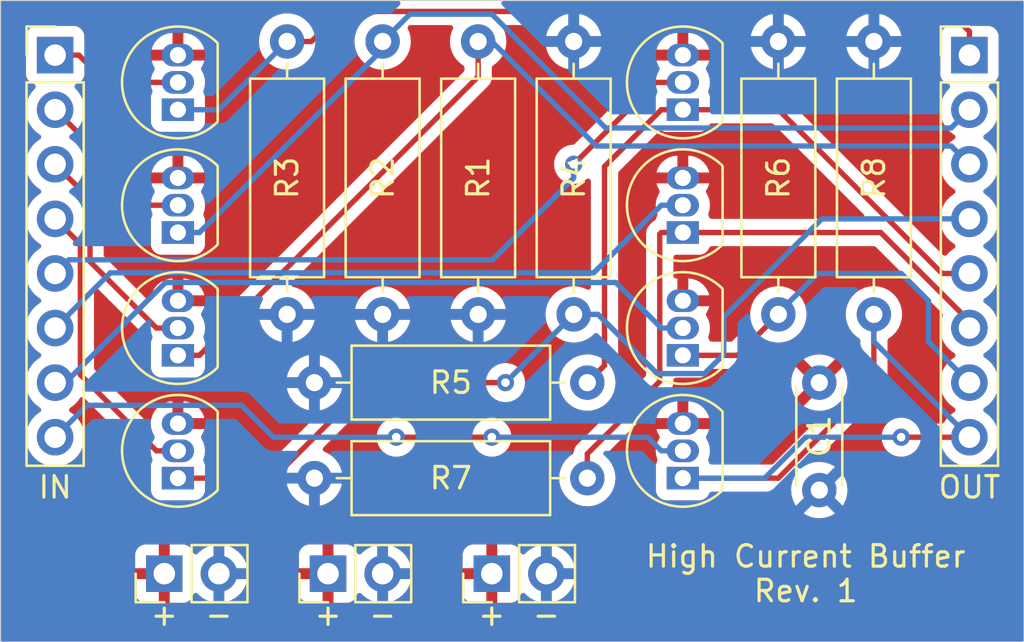
<source format=kicad_pcb>
(kicad_pcb (version 20221018) (generator pcbnew)
  (layers (0 "F.Cu" signal) (31 "B.Cu" signal) (34 "B.Paste" user) (35 "F.Paste" user) (36 "B.SilkS" user "B.Silkscreen") (37 "F.SilkS" user "F.Silkscreen") (38 "B.Mask" user) (39 "F.Mask" user) (44 "Edge.Cuts" user))
  (net 0 "")
  (net 1 "VCC")
  (net 2 "GND")
  (net 3 "Net-(J1-Pin_1)")
  (net 4 "Net-(J1-Pin_2)")
  (net 5 "Net-(J1-Pin_3)")
  (net 6 "Net-(J1-Pin_4)")
  (net 7 "Net-(J1-Pin_5)")
  (net 8 "Net-(J1-Pin_6)")
  (net 9 "Net-(J1-Pin_7)")
  (net 10 "Net-(J1-Pin_8)")
  (net 11 "Net-(J5-Pin_1)")
  (net 12 "Net-(J5-Pin_2)")
  (net 13 "Net-(J5-Pin_3)")
  (net 14 "Net-(J5-Pin_4)")
  (net 15 "Net-(J5-Pin_5)")
  (net 16 "Net-(J5-Pin_6)")
  (net 17 "Net-(J5-Pin_7)")
  (net 18 "Net-(J5-Pin_8)")
  (footprint "Capacitor_THT:C_Disc_D4.3mm_W1.9mm_P5.00mm" (layer "F.Cu") (at 55.88 34.29 -90)
    (fp_text reference "C1" (at 2.5 0 90) (layer "F.SilkS"))
    (fp_text value "0.1uF")
    (fp_line (start 0.23 -1.07) (end 0.23 -1.055) (stroke (width 0.12)) (layer "F.SilkS"))
    (fp_line (start 0.23 -1.07) (end 4.77 -1.07) (stroke (width 0.12)) (layer "F.SilkS"))
    (fp_line (start 0.23 1.055) (end 0.23 1.07) (stroke (width 0.12)) (layer "F.SilkS"))
    (fp_line (start 0.23 1.07) (end 4.77 1.07) (stroke (width 0.12)) (layer "F.SilkS"))
    (fp_line (start 4.77 -1.07) (end 4.77 -1.055) (stroke (width 0.12)) (layer "F.SilkS"))
    (fp_line (start 4.77 1.055) (end 4.77 1.07) (stroke (width 0.12)) (layer "F.SilkS"))
    (pad "1" thru_hole circle (at 0 0 270) (size 1.6 1.6) (drill 0.8) (layers "*.Cu" "*.Mask") (net 1 "VCC"))
    (pad "2" thru_hole circle (at 5 0 270) (size 1.6 1.6) (drill 0.8) (layers "*.Cu" "*.Mask") (net 2 "GND"))
  )
  (footprint "Connector_PinHeader_2.54mm:PinHeader_1x02_P2.54mm_Vertical" (layer "F.Cu") (at 33.02 43.18 90)
    (fp_text reference "J3" hide)
    (fp_text value "Power" hide)
    (fp_line (start -1.33 -1.33) (end 0 -1.33) (stroke (width 0.12)) (layer "F.SilkS"))
    (fp_line (start -1.33 0) (end -1.33 -1.33) (stroke (width 0.12)) (layer "F.SilkS"))
    (fp_line (start -1.33 1.27) (end -1.33 3.87) (stroke (width 0.12)) (layer "F.SilkS"))
    (fp_line (start -1.33 1.27) (end 1.33 1.27) (stroke (width 0.12)) (layer "F.SilkS"))
    (fp_line (start -1.33 3.87) (end 1.33 3.87) (stroke (width 0.12)) (layer "F.SilkS"))
    (fp_line (start 1.33 1.27) (end 1.33 3.87) (stroke (width 0.12)) (layer "F.SilkS"))
    (pad "1" thru_hole rect (at 0 0 90) (size 1.7 1.7) (drill 1) (layers "*.Cu" "*.Mask") (net 1 "VCC"))
    (pad "2" thru_hole oval (at 0 2.54 90) (size 1.7 1.7) (drill 1) (layers "*.Cu" "*.Mask") (net 2 "GND"))
  )
  (footprint "Package_TO_SOT_THT:TO-92_Inline" (layer "F.Cu") (at 26.035 33.02 90)
    (fp_text reference "Q1" hide)
    (fp_text value "2N2222" hide)
    (fp_line (start -0.53 1.85) (end 3.07 1.85) (stroke (width 0.12)) (layer "F.SilkS"))
    (fp_arc (start -0.568478 1.838478) (mid -1.132087 -0.994977) (end 1.27 -2.6) (stroke (width 0.12)) (layer "F.SilkS"))
    (fp_arc (start 1.27 -2.6) (mid 3.672087 -0.994977) (end 3.108478 1.838478) (stroke (width 0.12)) (layer "F.SilkS"))
    (pad "1" thru_hole rect (at 0 0 90) (size 1.05 1.5) (drill 0.75) (layers "*.Cu" "*.Mask") (net 13 "Net-(J5-Pin_3)"))
    (pad "2" thru_hole oval (at 1.27 0 90) (size 1.05 1.5) (drill 0.75) (layers "*.Cu" "*.Mask") (net 5 "Net-(J1-Pin_3)"))
    (pad "3" thru_hole oval (at 2.54 0 90) (size 1.05 1.5) (drill 0.75) (layers "*.Cu" "*.Mask") (net 1 "VCC"))
  )
  (footprint "Package_TO_SOT_THT:TO-92_Inline" (layer "F.Cu") (at 26.035 21.59 90)
    (fp_text reference "Q2" hide)
    (fp_text value "2N2222" hide)
    (fp_line (start -0.53 1.85) (end 3.07 1.85) (stroke (width 0.12)) (layer "F.SilkS"))
    (fp_arc (start -0.568478 1.838478) (mid -1.132087 -0.994977) (end 1.27 -2.6) (stroke (width 0.12)) (layer "F.SilkS"))
    (fp_arc (start 1.27 -2.6) (mid 3.672087 -0.994977) (end 3.108478 1.838478) (stroke (width 0.12)) (layer "F.SilkS"))
    (pad "1" thru_hole rect (at 0 0 90) (size 1.05 1.5) (drill 0.75) (layers "*.Cu" "*.Mask") (net 11 "Net-(J5-Pin_1)"))
    (pad "2" thru_hole oval (at 1.27 0 90) (size 1.05 1.5) (drill 0.75) (layers "*.Cu" "*.Mask") (net 3 "Net-(J1-Pin_1)"))
    (pad "3" thru_hole oval (at 2.54 0 90) (size 1.05 1.5) (drill 0.75) (layers "*.Cu" "*.Mask") (net 1 "VCC"))
  )
  (footprint "Package_TO_SOT_THT:TO-92_Inline" (layer "F.Cu") (at 26.035 27.305 90)
    (fp_text reference "Q3" hide)
    (fp_text value "2N2222" hide)
    (fp_line (start -0.53 1.85) (end 3.07 1.85) (stroke (width 0.12)) (layer "F.SilkS"))
    (fp_arc (start -0.568478 1.838478) (mid -1.132087 -0.994977) (end 1.27 -2.6) (stroke (width 0.12)) (layer "F.SilkS"))
    (fp_arc (start 1.27 -2.6) (mid 3.672087 -0.994977) (end 3.108478 1.838478) (stroke (width 0.12)) (layer "F.SilkS"))
    (pad "1" thru_hole rect (at 0 0 90) (size 1.05 1.5) (drill 0.75) (layers "*.Cu" "*.Mask") (net 12 "Net-(J5-Pin_2)"))
    (pad "2" thru_hole oval (at 1.27 0 90) (size 1.05 1.5) (drill 0.75) (layers "*.Cu" "*.Mask") (net 4 "Net-(J1-Pin_2)"))
    (pad "3" thru_hole oval (at 2.54 0 90) (size 1.05 1.5) (drill 0.75) (layers "*.Cu" "*.Mask") (net 1 "VCC"))
  )
  (footprint "Package_TO_SOT_THT:TO-92_Inline" (layer "F.Cu") (at 26.035 38.735 90)
    (fp_text reference "Q4" hide)
    (fp_text value "2N2222" hide)
    (fp_line (start -0.53 1.85) (end 3.07 1.85) (stroke (width 0.12)) (layer "F.SilkS"))
    (fp_arc (start -0.568478 1.838478) (mid -1.132087 -0.994977) (end 1.27 -2.6) (stroke (width 0.12)) (layer "F.SilkS"))
    (fp_arc (start 1.27 -2.6) (mid 3.672087 -0.994977) (end 3.108478 1.838478) (stroke (width 0.12)) (layer "F.SilkS"))
    (pad "1" thru_hole rect (at 0 0 90) (size 1.05 1.5) (drill 0.75) (layers "*.Cu" "*.Mask") (net 14 "Net-(J5-Pin_4)"))
    (pad "2" thru_hole oval (at 1.27 0 90) (size 1.05 1.5) (drill 0.75) (layers "*.Cu" "*.Mask") (net 6 "Net-(J1-Pin_4)"))
    (pad "3" thru_hole oval (at 2.54 0 90) (size 1.05 1.5) (drill 0.75) (layers "*.Cu" "*.Mask") (net 1 "VCC"))
  )
  (footprint "Package_TO_SOT_THT:TO-92_Inline" (layer "F.Cu") (at 49.53 21.59 90)
    (fp_text reference "Q5" hide)
    (fp_text value "2N2222" hide)
    (fp_line (start -0.53 1.85) (end 3.07 1.85) (stroke (width 0.12)) (layer "F.SilkS"))
    (fp_arc (start -0.568478 1.838478) (mid -1.132087 -0.994977) (end 1.27 -2.6) (stroke (width 0.12)) (layer "F.SilkS"))
    (fp_arc (start 1.27 -2.6) (mid 3.672087 -0.994977) (end 3.108478 1.838478) (stroke (width 0.12)) (layer "F.SilkS"))
    (pad "1" thru_hole rect (at 0 0 90) (size 1.05 1.5) (drill 0.75) (layers "*.Cu" "*.Mask") (net 15 "Net-(J5-Pin_5)"))
    (pad "2" thru_hole oval (at 1.27 0 90) (size 1.05 1.5) (drill 0.75) (layers "*.Cu" "*.Mask") (net 7 "Net-(J1-Pin_5)"))
    (pad "3" thru_hole oval (at 2.54 0 90) (size 1.05 1.5) (drill 0.75) (layers "*.Cu" "*.Mask") (net 1 "VCC"))
  )
  (footprint "Package_TO_SOT_THT:TO-92_Inline" (layer "F.Cu") (at 49.53 33.02 90)
    (fp_text reference "Q6" hide)
    (fp_text value "2N2222" hide)
    (fp_line (start -0.53 1.85) (end 3.07 1.85) (stroke (width 0.12)) (layer "F.SilkS"))
    (fp_arc (start -0.568478 1.838478) (mid -1.132087 -0.994977) (end 1.27 -2.6) (stroke (width 0.12)) (layer "F.SilkS"))
    (fp_arc (start 1.27 -2.6) (mid 3.672087 -0.994977) (end 3.108478 1.838478) (stroke (width 0.12)) (layer "F.SilkS"))
    (pad "1" thru_hole rect (at 0 0 90) (size 1.05 1.5) (drill 0.75) (layers "*.Cu" "*.Mask") (net 17 "Net-(J5-Pin_7)"))
    (pad "2" thru_hole oval (at 1.27 0 90) (size 1.05 1.5) (drill 0.75) (layers "*.Cu" "*.Mask") (net 9 "Net-(J1-Pin_7)"))
    (pad "3" thru_hole oval (at 2.54 0 90) (size 1.05 1.5) (drill 0.75) (layers "*.Cu" "*.Mask") (net 1 "VCC"))
  )
  (footprint "Package_TO_SOT_THT:TO-92_Inline" (layer "F.Cu") (at 49.53 27.305 90)
    (fp_text reference "Q7" hide)
    (fp_text value "2N2222" hide)
    (fp_line (start -0.53 1.85) (end 3.07 1.85) (stroke (width 0.12)) (layer "F.SilkS"))
    (fp_arc (start -0.568478 1.838478) (mid -1.132087 -0.994977) (end 1.27 -2.6) (stroke (width 0.12)) (layer "F.SilkS"))
    (fp_arc (start 1.27 -2.6) (mid 3.672087 -0.994977) (end 3.108478 1.838478) (stroke (width 0.12)) (layer "F.SilkS"))
    (pad "1" thru_hole rect (at 0 0 90) (size 1.05 1.5) (drill 0.75) (layers "*.Cu" "*.Mask") (net 16 "Net-(J5-Pin_6)"))
    (pad "2" thru_hole oval (at 1.27 0 90) (size 1.05 1.5) (drill 0.75) (layers "*.Cu" "*.Mask") (net 8 "Net-(J1-Pin_6)"))
    (pad "3" thru_hole oval (at 2.54 0 90) (size 1.05 1.5) (drill 0.75) (layers "*.Cu" "*.Mask") (net 1 "VCC"))
  )
  (footprint "Package_TO_SOT_THT:TO-92_Inline" (layer "F.Cu") (at 49.53 38.735 90)
    (fp_text reference "Q8" hide)
    (fp_text value "2N2222" hide)
    (fp_line (start -0.53 1.85) (end 3.07 1.85) (stroke (width 0.12)) (layer "F.SilkS"))
    (fp_arc (start -0.568478 1.838478) (mid -1.132087 -0.994977) (end 1.27 -2.6) (stroke (width 0.12)) (layer "F.SilkS"))
    (fp_arc (start 1.27 -2.6) (mid 3.672087 -0.994977) (end 3.108478 1.838478) (stroke (width 0.12)) (layer "F.SilkS"))
    (pad "1" thru_hole rect (at 0 0 90) (size 1.05 1.5) (drill 0.75) (layers "*.Cu" "*.Mask") (net 18 "Net-(J5-Pin_8)"))
    (pad "2" thru_hole oval (at 1.27 0 90) (size 1.05 1.5) (drill 0.75) (layers "*.Cu" "*.Mask") (net 10 "Net-(J1-Pin_8)"))
    (pad "3" thru_hole oval (at 2.54 0 90) (size 1.05 1.5) (drill 0.75) (layers "*.Cu" "*.Mask") (net 1 "VCC"))
  )
  (footprint "Resistor_THT:R_Axial_DIN0309_L9.0mm_D3.2mm_P12.70mm_Horizontal" (layer "F.Cu") (at 40.005 18.415 -90)
    (fp_text reference "R1" (at 6.35 0 90) (layer "F.SilkS"))
    (fp_text value "1K")
    (fp_line (start 1.04 0) (end 1.73 0) (stroke (width 0.12)) (layer "F.SilkS"))
    (fp_line (start 1.73 -1.72) (end 1.73 1.72) (stroke (width 0.12)) (layer "F.SilkS"))
    (fp_line (start 1.73 1.72) (end 10.97 1.72) (stroke (width 0.12)) (layer "F.SilkS"))
    (fp_line (start 10.97 -1.72) (end 1.73 -1.72) (stroke (width 0.12)) (layer "F.SilkS"))
    (fp_line (start 10.97 1.72) (end 10.97 -1.72) (stroke (width 0.12)) (layer "F.SilkS"))
    (fp_line (start 11.66 0) (end 10.97 0) (stroke (width 0.12)) (layer "F.SilkS"))
    (pad "1" thru_hole circle (at 0 0 270) (size 1.6 1.6) (drill 0.8) (layers "*.Cu" "*.Mask") (net 13 "Net-(J5-Pin_3)"))
    (pad "2" thru_hole oval (at 12.7 0 270) (size 1.6 1.6) (drill 0.8) (layers "*.Cu" "*.Mask") (net 2 "GND"))
  )
  (footprint "Resistor_THT:R_Axial_DIN0309_L9.0mm_D3.2mm_P12.70mm_Horizontal" (layer "F.Cu") (at 35.56 18.415 -90)
    (fp_text reference "R2" (at 6.35 0 90) (layer "F.SilkS"))
    (fp_text value "1K")
    (fp_line (start 1.04 0) (end 1.73 0) (stroke (width 0.12)) (layer "F.SilkS"))
    (fp_line (start 1.73 -1.72) (end 1.73 1.72) (stroke (width 0.12)) (layer "F.SilkS"))
    (fp_line (start 1.73 1.72) (end 10.97 1.72) (stroke (width 0.12)) (layer "F.SilkS"))
    (fp_line (start 10.97 -1.72) (end 1.73 -1.72) (stroke (width 0.12)) (layer "F.SilkS"))
    (fp_line (start 10.97 1.72) (end 10.97 -1.72) (stroke (width 0.12)) (layer "F.SilkS"))
    (fp_line (start 11.66 0) (end 10.97 0) (stroke (width 0.12)) (layer "F.SilkS"))
    (pad "1" thru_hole circle (at 0 0 270) (size 1.6 1.6) (drill 0.8) (layers "*.Cu" "*.Mask") (net 12 "Net-(J5-Pin_2)"))
    (pad "2" thru_hole oval (at 12.7 0 270) (size 1.6 1.6) (drill 0.8) (layers "*.Cu" "*.Mask") (net 2 "GND"))
  )
  (footprint "Resistor_THT:R_Axial_DIN0309_L9.0mm_D3.2mm_P12.70mm_Horizontal" (layer "F.Cu") (at 31.115 18.415 -90)
    (fp_text reference "R3" (at 6.35 0 90) (layer "F.SilkS"))
    (fp_text value "1K")
    (fp_line (start 1.04 0) (end 1.73 0) (stroke (width 0.12)) (layer "F.SilkS"))
    (fp_line (start 1.73 -1.72) (end 1.73 1.72) (stroke (width 0.12)) (layer "F.SilkS"))
    (fp_line (start 1.73 1.72) (end 10.97 1.72) (stroke (width 0.12)) (layer "F.SilkS"))
    (fp_line (start 10.97 -1.72) (end 1.73 -1.72) (stroke (width 0.12)) (layer "F.SilkS"))
    (fp_line (start 10.97 1.72) (end 10.97 -1.72) (stroke (width 0.12)) (layer "F.SilkS"))
    (fp_line (start 11.66 0) (end 10.97 0) (stroke (width 0.12)) (layer "F.SilkS"))
    (pad "1" thru_hole circle (at 0 0 270) (size 1.6 1.6) (drill 0.8) (layers "*.Cu" "*.Mask") (net 11 "Net-(J5-Pin_1)"))
    (pad "2" thru_hole oval (at 12.7 0 270) (size 1.6 1.6) (drill 0.8) (layers "*.Cu" "*.Mask") (net 2 "GND"))
  )
  (footprint "Resistor_THT:R_Axial_DIN0309_L9.0mm_D3.2mm_P12.70mm_Horizontal" (layer "F.Cu") (at 44.45 31.115 90)
    (fp_text reference "R4" (at 6.35 0 90) (layer "F.SilkS"))
    (fp_text value "1K")
    (fp_line (start 1.04 0) (end 1.73 0) (stroke (width 0.12)) (layer "F.SilkS"))
    (fp_line (start 1.73 -1.72) (end 1.73 1.72) (stroke (width 0.12)) (layer "F.SilkS"))
    (fp_line (start 1.73 1.72) (end 10.97 1.72) (stroke (width 0.12)) (layer "F.SilkS"))
    (fp_line (start 10.97 -1.72) (end 1.73 -1.72) (stroke (width 0.12)) (layer "F.SilkS"))
    (fp_line (start 10.97 1.72) (end 10.97 -1.72) (stroke (width 0.12)) (layer "F.SilkS"))
    (fp_line (start 11.66 0) (end 10.97 0) (stroke (width 0.12)) (layer "F.SilkS"))
    (pad "1" thru_hole circle (at 0 0 90) (size 1.6 1.6) (drill 0.8) (layers "*.Cu" "*.Mask") (net 14 "Net-(J5-Pin_4)"))
    (pad "2" thru_hole oval (at 12.7 0 90) (size 1.6 1.6) (drill 0.8) (layers "*.Cu" "*.Mask") (net 2 "GND"))
  )
  (footprint "Resistor_THT:R_Axial_DIN0309_L9.0mm_D3.2mm_P12.70mm_Horizontal" (layer "F.Cu") (at 45.085 34.29 180)
    (fp_text reference "R5" (at 6.35 0) (layer "F.SilkS"))
    (fp_text value "1K")
    (fp_line (start 1.04 0) (end 1.73 0) (stroke (width 0.12)) (layer "F.SilkS"))
    (fp_line (start 1.73 -1.72) (end 1.73 1.72) (stroke (width 0.12)) (layer "F.SilkS"))
    (fp_line (start 1.73 1.72) (end 10.97 1.72) (stroke (width 0.12)) (layer "F.SilkS"))
    (fp_line (start 10.97 -1.72) (end 1.73 -1.72) (stroke (width 0.12)) (layer "F.SilkS"))
    (fp_line (start 10.97 1.72) (end 10.97 -1.72) (stroke (width 0.12)) (layer "F.SilkS"))
    (fp_line (start 11.66 0) (end 10.97 0) (stroke (width 0.12)) (layer "F.SilkS"))
    (pad "1" thru_hole circle (at 0 0 180) (size 1.6 1.6) (drill 0.8) (layers "*.Cu" "*.Mask") (net 15 "Net-(J5-Pin_5)"))
    (pad "2" thru_hole oval (at 12.7 0 180) (size 1.6 1.6) (drill 0.8) (layers "*.Cu" "*.Mask") (net 2 "GND"))
  )
  (footprint "Resistor_THT:R_Axial_DIN0309_L9.0mm_D3.2mm_P12.70mm_Horizontal" (layer "F.Cu") (at 53.975 31.115 90)
    (fp_text reference "R6" (at 6.35 0 90) (layer "F.SilkS"))
    (fp_text value "1K")
    (fp_line (start 1.04 0) (end 1.73 0) (stroke (width 0.12)) (layer "F.SilkS"))
    (fp_line (start 1.73 -1.72) (end 1.73 1.72) (stroke (width 0.12)) (layer "F.SilkS"))
    (fp_line (start 1.73 1.72) (end 10.97 1.72) (stroke (width 0.12)) (layer "F.SilkS"))
    (fp_line (start 10.97 -1.72) (end 1.73 -1.72) (stroke (width 0.12)) (layer "F.SilkS"))
    (fp_line (start 10.97 1.72) (end 10.97 -1.72) (stroke (width 0.12)) (layer "F.SilkS"))
    (fp_line (start 11.66 0) (end 10.97 0) (stroke (width 0.12)) (layer "F.SilkS"))
    (pad "1" thru_hole circle (at 0 0 90) (size 1.6 1.6) (drill 0.8) (layers "*.Cu" "*.Mask") (net 17 "Net-(J5-Pin_7)"))
    (pad "2" thru_hole oval (at 12.7 0 90) (size 1.6 1.6) (drill 0.8) (layers "*.Cu" "*.Mask") (net 2 "GND"))
  )
  (footprint "Resistor_THT:R_Axial_DIN0309_L9.0mm_D3.2mm_P12.70mm_Horizontal" (layer "F.Cu") (at 45.085 38.735 180)
    (fp_text reference "R7" (at 6.35 0) (layer "F.SilkS"))
    (fp_text value "1K")
    (fp_line (start 1.04 0) (end 1.73 0) (stroke (width 0.12)) (layer "F.SilkS"))
    (fp_line (start 1.73 -1.72) (end 1.73 1.72) (stroke (width 0.12)) (layer "F.SilkS"))
    (fp_line (start 1.73 1.72) (end 10.97 1.72) (stroke (width 0.12)) (layer "F.SilkS"))
    (fp_line (start 10.97 -1.72) (end 1.73 -1.72) (stroke (width 0.12)) (layer "F.SilkS"))
    (fp_line (start 10.97 1.72) (end 10.97 -1.72) (stroke (width 0.12)) (layer "F.SilkS"))
    (fp_line (start 11.66 0) (end 10.97 0) (stroke (width 0.12)) (layer "F.SilkS"))
    (pad "1" thru_hole circle (at 0 0 180) (size 1.6 1.6) (drill 0.8) (layers "*.Cu" "*.Mask") (net 16 "Net-(J5-Pin_6)"))
    (pad "2" thru_hole oval (at 12.7 0 180) (size 1.6 1.6) (drill 0.8) (layers "*.Cu" "*.Mask") (net 2 "GND"))
  )
  (footprint "Resistor_THT:R_Axial_DIN0309_L9.0mm_D3.2mm_P12.70mm_Horizontal" (layer "F.Cu") (at 58.42 31.115 90)
    (fp_text reference "R8" (at 6.35 0 90) (layer "F.SilkS"))
    (fp_text value "1K")
    (fp_line (start 1.04 0) (end 1.73 0) (stroke (width 0.12)) (layer "F.SilkS"))
    (fp_line (start 1.73 -1.72) (end 1.73 1.72) (stroke (width 0.12)) (layer "F.SilkS"))
    (fp_line (start 1.73 1.72) (end 10.97 1.72) (stroke (width 0.12)) (layer "F.SilkS"))
    (fp_line (start 10.97 -1.72) (end 1.73 -1.72) (stroke (width 0.12)) (layer "F.SilkS"))
    (fp_line (start 10.97 1.72) (end 10.97 -1.72) (stroke (width 0.12)) (layer "F.SilkS"))
    (fp_line (start 11.66 0) (end 10.97 0) (stroke (width 0.12)) (layer "F.SilkS"))
    (pad "1" thru_hole circle (at 0 0 90) (size 1.6 1.6) (drill 0.8) (layers "*.Cu" "*.Mask") (net 18 "Net-(J5-Pin_8)"))
    (pad "2" thru_hole oval (at 12.7 0 90) (size 1.6 1.6) (drill 0.8) (layers "*.Cu" "*.Mask") (net 2 "GND"))
  )
  (footprint "Connector_PinHeader_2.54mm:PinHeader_1x02_P2.54mm_Vertical" (layer "F.Cu") (at 25.4 43.18 90)
    (fp_text reference "J2" hide)
    (fp_text value "Power" hide)
    (fp_line (start -1.33 -1.33) (end 0 -1.33) (stroke (width 0.12)) (layer "F.SilkS"))
    (fp_line (start -1.33 0) (end -1.33 -1.33) (stroke (width 0.12)) (layer "F.SilkS"))
    (fp_line (start -1.33 1.27) (end -1.33 3.87) (stroke (width 0.12)) (layer "F.SilkS"))
    (fp_line (start -1.33 1.27) (end 1.33 1.27) (stroke (width 0.12)) (layer "F.SilkS"))
    (fp_line (start -1.33 3.87) (end 1.33 3.87) (stroke (width 0.12)) (layer "F.SilkS"))
    (fp_line (start 1.33 1.27) (end 1.33 3.87) (stroke (width 0.12)) (layer "F.SilkS"))
    (pad "1" thru_hole rect (at 0 0 90) (size 1.7 1.7) (drill 1) (layers "*.Cu" "*.Mask") (net 1 "VCC"))
    (pad "2" thru_hole oval (at 0 2.54 90) (size 1.7 1.7) (drill 1) (layers "*.Cu" "*.Mask") (net 2 "GND"))
  )
  (footprint "Connector_PinHeader_2.54mm:PinHeader_1x02_P2.54mm_Vertical" (layer "F.Cu") (at 40.64 43.18 90)
    (fp_text reference "J4" hide)
    (fp_text value "Power" hide)
    (fp_line (start -1.33 -1.33) (end 0 -1.33) (stroke (width 0.12)) (layer "F.SilkS"))
    (fp_line (start -1.33 0) (end -1.33 -1.33) (stroke (width 0.12)) (layer "F.SilkS"))
    (fp_line (start -1.33 1.27) (end -1.33 3.87) (stroke (width 0.12)) (layer "F.SilkS"))
    (fp_line (start -1.33 1.27) (end 1.33 1.27) (stroke (width 0.12)) (layer "F.SilkS"))
    (fp_line (start -1.33 3.87) (end 1.33 3.87) (stroke (width 0.12)) (layer "F.SilkS"))
    (fp_line (start 1.33 1.27) (end 1.33 3.87) (stroke (width 0.12)) (layer "F.SilkS"))
    (pad "1" thru_hole rect (at 0 0 90) (size 1.7 1.7) (drill 1) (layers "*.Cu" "*.Mask") (net 1 "VCC"))
    (pad "2" thru_hole oval (at 0 2.54 90) (size 1.7 1.7) (drill 1) (layers "*.Cu" "*.Mask") (net 2 "GND"))
  )
  (footprint "Connector_PinHeader_2.54mm:PinHeader_1x08_P2.54mm_Vertical" (layer "F.Cu") (at 20.32 19.05)
    (fp_text reference "J1" hide)
    (fp_text value "IN" (at 0 20.11) (layer "F.SilkS"))
    (fp_line (start -1.33 -1.33) (end 0 -1.33) (stroke (width 0.12)) (layer "F.SilkS"))
    (fp_line (start -1.33 0) (end -1.33 -1.33) (stroke (width 0.12)) (layer "F.SilkS"))
    (fp_line (start -1.33 1.27) (end -1.33 19.11) (stroke (width 0.12)) (layer "F.SilkS"))
    (fp_line (start -1.33 1.27) (end 1.33 1.27) (stroke (width 0.12)) (layer "F.SilkS"))
    (fp_line (start -1.33 19.11) (end 1.33 19.11) (stroke (width 0.12)) (layer "F.SilkS"))
    (fp_line (start 1.33 1.27) (end 1.33 19.11) (stroke (width 0.12)) (layer "F.SilkS"))
    (pad "1" thru_hole rect (at 0 0) (size 1.7 1.7) (drill 1) (layers "*.Cu" "*.Mask") (net 3 "Net-(J1-Pin_1)"))
    (pad "2" thru_hole oval (at 0 2.54) (size 1.7 1.7) (drill 1) (layers "*.Cu" "*.Mask") (net 4 "Net-(J1-Pin_2)"))
    (pad "3" thru_hole oval (at 0 5.08) (size 1.7 1.7) (drill 1) (layers "*.Cu" "*.Mask") (net 5 "Net-(J1-Pin_3)"))
    (pad "4" thru_hole oval (at 0 7.62) (size 1.7 1.7) (drill 1) (layers "*.Cu" "*.Mask") (net 6 "Net-(J1-Pin_4)"))
    (pad "5" thru_hole oval (at 0 10.16) (size 1.7 1.7) (drill 1) (layers "*.Cu" "*.Mask") (net 7 "Net-(J1-Pin_5)"))
    (pad "6" thru_hole oval (at 0 12.7) (size 1.7 1.7) (drill 1) (layers "*.Cu" "*.Mask") (net 8 "Net-(J1-Pin_6)"))
    (pad "7" thru_hole oval (at 0 15.24) (size 1.7 1.7) (drill 1) (layers "*.Cu" "*.Mask") (net 9 "Net-(J1-Pin_7)"))
    (pad "8" thru_hole oval (at 0 17.78) (size 1.7 1.7) (drill 1) (layers "*.Cu" "*.Mask") (net 10 "Net-(J1-Pin_8)"))
  )
  (footprint "Connector_PinHeader_2.54mm:PinHeader_1x08_P2.54mm_Vertical" (layer "F.Cu") (at 62.865 19.05)
    (fp_text reference "J5" hide)
    (fp_text value "OUT" (at 0 20.11) (layer "F.SilkS"))
    (fp_line (start -1.33 -1.33) (end 0 -1.33) (stroke (width 0.12)) (layer "F.SilkS"))
    (fp_line (start -1.33 0) (end -1.33 -1.33) (stroke (width 0.12)) (layer "F.SilkS"))
    (fp_line (start -1.33 1.27) (end -1.33 19.11) (stroke (width 0.12)) (layer "F.SilkS"))
    (fp_line (start -1.33 1.27) (end 1.33 1.27) (stroke (width 0.12)) (layer "F.SilkS"))
    (fp_line (start -1.33 19.11) (end 1.33 19.11) (stroke (width 0.12)) (layer "F.SilkS"))
    (fp_line (start 1.33 1.27) (end 1.33 19.11) (stroke (width 0.12)) (layer "F.SilkS"))
    (pad "1" thru_hole rect (at 0 0) (size 1.7 1.7) (drill 1) (layers "*.Cu" "*.Mask") (net 11 "Net-(J5-Pin_1)"))
    (pad "2" thru_hole oval (at 0 2.54) (size 1.7 1.7) (drill 1) (layers "*.Cu" "*.Mask") (net 12 "Net-(J5-Pin_2)"))
    (pad "3" thru_hole oval (at 0 5.08) (size 1.7 1.7) (drill 1) (layers "*.Cu" "*.Mask") (net 13 "Net-(J5-Pin_3)"))
    (pad "4" thru_hole oval (at 0 7.62) (size 1.7 1.7) (drill 1) (layers "*.Cu" "*.Mask") (net 14 "Net-(J5-Pin_4)"))
    (pad "5" thru_hole oval (at 0 10.16) (size 1.7 1.7) (drill 1) (layers "*.Cu" "*.Mask") (net 15 "Net-(J5-Pin_5)"))
    (pad "6" thru_hole oval (at 0 12.7) (size 1.7 1.7) (drill 1) (layers "*.Cu" "*.Mask") (net 16 "Net-(J5-Pin_6)"))
    (pad "7" thru_hole oval (at 0 15.24) (size 1.7 1.7) (drill 1) (layers "*.Cu" "*.Mask") (net 17 "Net-(J5-Pin_7)"))
    (pad "8" thru_hole oval (at 0 17.78) (size 1.7 1.7) (drill 1) (layers "*.Cu" "*.Mask") (net 18 "Net-(J5-Pin_8)"))
  )
  (gr_line (start 17.78 46.355) (end 17.78 16.51) (stroke (width 0.05)) (layer "Edge.Cuts"))
  (gr_line (start 17.78 16.51) (end 65.405 16.51) (stroke (width 0.05)) (layer "Edge.Cuts"))
  (gr_line (start 65.405 46.355) (end 17.78 46.355) (stroke (width 0.05)) (layer "Edge.Cuts"))
  (gr_line (start 65.405 16.51) (end 65.405 46.355) (stroke (width 0.05)) (layer "Edge.Cuts"))
  (gr_text "-" (at 27.94 45.085) (layer "F.SilkS") (effects (font (size 1 1))))
  (gr_text "+" (at 40.64 45.085) (layer "F.SilkS") (effects (font (size 1 1))))
  (gr_text "-" (at 43.18 45.085) (layer "F.SilkS") (effects (font (size 1 1))))
  (gr_text "+" (at 33.02 45.085) (layer "F.SilkS") (effects (font (size 1 1))))
  (gr_text "-" (at 35.56 45.085) (layer "F.SilkS") (effects (font (size 1 1))))
  (gr_text "High Current Buffer\nRev. 1" (at 55.245 43.18) (layer "F.SilkS") (effects (font (size 1 1))))
  (gr_text "+" (at 25.4 45.085) (layer "F.SilkS") (effects (font (size 1 1))))
  (segment (start 25.035 20.32) (end 26.035 20.32) (width 0.25) (layer "F.Cu") (net 3))
  (segment (start 20.32 19.05) (end 21.42 19.05) (width 0.25) (layer "F.Cu") (net 3))
  (segment (start 21.42 19.05) (end 22.69 20.32) (width 0.25) (layer "F.Cu") (net 3))
  (segment (start 22.69 20.32) (end 25.035 20.32) (width 0.25) (layer "F.Cu") (net 3))
  (segment (start 24.765 26.035) (end 26.035 26.035) (width 0.25) (layer "F.Cu") (net 4))
  (segment (start 20.32 21.59) (end 24.765 26.035) (width 0.25) (layer "F.Cu") (net 4))
  (segment (start 25.035 31.75) (end 26.035 31.75) (width 0.25) (layer "F.Cu") (net 5))
  (segment (start 20.32 24.13) (end 21.945012 25.755012) (width 0.25) (layer "F.Cu") (net 5))
  (segment (start 21.945012 25.755012) (end 21.945012 28.660012) (width 0.25) (layer "F.Cu") (net 5))
  (segment (start 21.945012 28.660012) (end 25.035 31.75) (width 0.25) (layer "F.Cu") (net 5))
  (segment (start 21.495001 27.845001) (end 21.495001 33.925001) (width 0.25) (layer "F.Cu") (net 6))
  (segment (start 20.32 26.67) (end 21.495001 27.845001) (width 0.25) (layer "F.Cu") (net 6))
  (segment (start 21.495001 33.925001) (end 25.035 37.465) (width 0.25) (layer "F.Cu") (net 6))
  (segment (start 25.035 37.465) (end 26.035 37.465) (width 0.25) (layer "F.Cu") (net 6))
  (segment (start 48.26 20.32) (end 44.45 24.13) (width 0.25) (layer "F.Cu") (net 7))
  (segment (start 49.53 20.32) (end 48.26 20.32) (width 0.25) (layer "F.Cu") (net 7))
  (via (at 44.45 24.13) (size 0.8) (drill 0.4) (layers "F.Cu" "B.Cu") (net 7))
  (segment (start 20.955 28.575) (end 40.684998 28.575) (width 0.25) (layer "B.Cu") (net 7))
  (segment (start 20.32 29.21) (end 20.955 28.575) (width 0.25) (layer "B.Cu") (net 7))
  (segment (start 40.684998 28.575) (end 44.45 24.765) (width 0.25) (layer "B.Cu") (net 7))
  (segment (start 44.45 24.13) (end 44.45 24.765) (width 0.25) (layer "B.Cu") (net 7))
  (segment (start 22.890021 29.179979) (end 45.385021 29.179979) (width 0.25) (layer "B.Cu") (net 8))
  (segment (start 20.32 31.75) (end 22.890021 29.179979) (width 0.25) (layer "B.Cu") (net 8))
  (segment (start 48.53 26.035) (end 49.53 26.035) (width 0.25) (layer "B.Cu") (net 8))
  (segment (start 45.385021 29.179979) (end 48.53 26.035) (width 0.25) (layer "B.Cu") (net 8))
  (segment (start 20.797905 34.29) (end 25.457915 29.62999) (width 0.25) (layer "B.Cu") (net 9))
  (segment (start 25.457915 29.62999) (end 46.40999 29.62999) (width 0.25) (layer "B.Cu") (net 9))
  (segment (start 46.40999 29.62999) (end 48.53 31.75) (width 0.25) (layer "B.Cu") (net 9))
  (segment (start 20.32 34.29) (end 20.797905 34.29) (width 0.25) (layer "B.Cu") (net 9))
  (segment (start 48.53 31.75) (end 49.53 31.75) (width 0.25) (layer "B.Cu") (net 9))
  (segment (start 36.195 36.83) (end 40.64 36.83) (width 0.25) (layer "F.Cu") (net 10))
  (via (at 40.64 36.83) (size 0.8) (drill 0.4) (layers "F.Cu" "B.Cu") (net 10))
  (via (at 36.195 36.83) (size 0.8) (drill 0.4) (layers "F.Cu" "B.Cu") (net 10))
  (segment (start 40.64 36.83) (end 47.895 36.83) (width 0.25) (layer "B.Cu") (net 10))
  (segment (start 48.53 37.465) (end 49.53 37.465) (width 0.25) (layer "B.Cu") (net 10))
  (segment (start 21.80501 35.34499) (end 28.99499 35.34499) (width 0.25) (layer "B.Cu") (net 10))
  (segment (start 20.32 36.83) (end 21.80501 35.34499) (width 0.25) (layer "B.Cu") (net 10))
  (segment (start 28.99499 35.34499) (end 30.48 36.83) (width 0.25) (layer "B.Cu") (net 10))
  (segment (start 30.48 36.83) (end 36.195 36.83) (width 0.25) (layer "B.Cu") (net 10))
  (segment (start 47.895 36.83) (end 48.53 37.465) (width 0.25) (layer "B.Cu") (net 10))
  (segment (start 31.115 18.415) (end 32.24637 18.415) (width 0.25) (layer "F.Cu") (net 11))
  (segment (start 32.24637 18.415) (end 33.64337 17.018) (width 0.25) (layer "F.Cu") (net 11))
  (segment (start 61.933 17.018) (end 62.865 17.95) (width 0.25) (layer "F.Cu") (net 11))
  (segment (start 62.865 17.95) (end 62.865 19.05) (width 0.25) (layer "F.Cu") (net 11))
  (segment (start 33.64337 17.018) (end 61.933 17.018) (width 0.25) (layer "F.Cu") (net 11))
  (segment (start 27.94 21.59) (end 31.115 18.415) (width 0.25) (layer "B.Cu") (net 11))
  (segment (start 26.035 21.59) (end 27.94 21.59) (width 0.25) (layer "B.Cu") (net 11))
  (segment (start 62.865 21.59) (end 62.014999 22.440001) (width 0.25) (layer "B.Cu") (net 12))
  (segment (start 35.56 18.78) (end 35.56 18.415) (width 0.25) (layer "B.Cu") (net 12))
  (segment (start 36.359999 17.615001) (end 35.56 18.415) (width 0.25) (layer "B.Cu") (net 12))
  (segment (start 27.035 27.305) (end 35.56 18.78) (width 0.25) (layer "B.Cu") (net 12))
  (segment (start 40.64 17.145) (end 36.83 17.145) (width 0.25) (layer "B.Cu") (net 12))
  (segment (start 26.035 27.305) (end 27.035 27.305) (width 0.25) (layer "B.Cu") (net 12))
  (segment (start 45.935001 22.440001) (end 40.64 17.145) (width 0.25) (layer "B.Cu") (net 12))
  (segment (start 62.014999 22.440001) (end 45.935001 22.440001) (width 0.25) (layer "B.Cu") (net 12))
  (segment (start 36.83 17.145) (end 36.359999 17.615001) (width 0.25) (layer "B.Cu") (net 12))
  (segment (start 40.005 20.05) (end 40.005 19.54637) (width 0.25) (layer "F.Cu") (net 13))
  (segment (start 26.035 33.02) (end 27.035 33.02) (width 0.25) (layer "F.Cu") (net 13))
  (segment (start 27.035 33.02) (end 40.005 20.05) (width 0.25) (layer "F.Cu") (net 13))
  (segment (start 40.005 19.54637) (end 40.005 18.415) (width 0.25) (layer "F.Cu") (net 13))
  (segment (start 62.865 24.13) (end 62.015001 23.280001) (width 0.25) (layer "B.Cu") (net 13))
  (segment (start 45.505001 23.280001) (end 40.64 18.415) (width 0.25) (layer "B.Cu") (net 13))
  (segment (start 40.64 18.415) (end 40.005 18.415) (width 0.25) (layer "B.Cu") (net 13))
  (segment (start 62.015001 23.280001) (end 45.505001 23.280001) (width 0.25) (layer "B.Cu") (net 13))
  (segment (start 30.48 38.735) (end 26.035 38.735) (width 0.25) (layer "F.Cu") (net 14))
  (segment (start 34.925 34.29) (end 30.48 38.735) (width 0.25) (layer "F.Cu") (net 14))
  (segment (start 41.275 34.29) (end 34.925 34.29) (width 0.25) (layer "F.Cu") (net 14))
  (via (at 41.275 34.29) (size 0.8) (drill 0.4) (layers "F.Cu" "B.Cu") (net 14))
  (segment (start 51.435 31.234999) (end 55.999999 26.67) (width 0.25) (layer "B.Cu") (net 14))
  (segment (start 44.45 31.115) (end 41.275 34.29) (width 0.25) (layer "B.Cu") (net 14))
  (segment (start 61.662919 26.67) (end 62.865 26.67) (width 0.25) (layer "B.Cu") (net 14))
  (segment (start 48.336371 33.870001) (end 50.540001 33.870001) (width 0.25) (layer "B.Cu") (net 14))
  (segment (start 44.45 31.115) (end 45.58137 31.115) (width 0.25) (layer "B.Cu") (net 14))
  (segment (start 50.540001 33.870001) (end 51.435 32.975002) (width 0.25) (layer "B.Cu") (net 14))
  (segment (start 45.58137 31.115) (end 48.336371 33.870001) (width 0.25) (layer "B.Cu") (net 14))
  (segment (start 55.999999 26.67) (end 61.662919 26.67) (width 0.25) (layer "B.Cu") (net 14))
  (segment (start 51.435 32.975002) (end 51.435 31.234999) (width 0.25) (layer "B.Cu") (net 14))
  (segment (start 61.595 29.21) (end 62.865 29.21) (width 0.25) (layer "F.Cu") (net 15))
  (segment (start 53.975 21.59) (end 61.595 29.21) (width 0.25) (layer "F.Cu") (net 15))
  (segment (start 45.085 34.29) (end 45.884999 33.490001) (width 0.25) (layer "F.Cu") (net 15))
  (segment (start 49.53 21.59) (end 53.975 21.59) (width 0.25) (layer "F.Cu") (net 15))
  (segment (start 48.53 21.59) (end 49.53 21.59) (width 0.25) (layer "F.Cu") (net 15))
  (segment (start 45.884999 33.490001) (end 45.884999 24.235001) (width 0.25) (layer "F.Cu") (net 15))
  (segment (start 45.884999 24.235001) (end 48.53 21.59) (width 0.25) (layer "F.Cu") (net 15))
  (segment (start 62.865 31.75) (end 62.865 31.432147) (width 0.25) (layer "F.Cu") (net 16))
  (segment (start 45.085 38.735) (end 45.085 37.60363) (width 0.25) (layer "F.Cu") (net 16))
  (segment (start 45.085 37.60363) (end 48.45499 34.23364) (width 0.25) (layer "F.Cu") (net 16))
  (segment (start 58.737853 27.305) (end 50.53 27.305) (width 0.25) (layer "F.Cu") (net 16))
  (segment (start 48.45499 34.23364) (end 48.45499 27.38001) (width 0.25) (layer "F.Cu") (net 16))
  (segment (start 50.53 27.305) (end 49.53 27.305) (width 0.25) (layer "F.Cu") (net 16))
  (segment (start 62.865 31.432147) (end 58.737853 27.305) (width 0.25) (layer "F.Cu") (net 16))
  (segment (start 48.53 27.305) (end 49.53 27.305) (width 0.25) (layer "F.Cu") (net 16))
  (segment (start 48.45499 27.38001) (end 48.53 27.305) (width 0.25) (layer "F.Cu") (net 16))
  (segment (start 49.53 33.02) (end 52.07 33.02) (width 0.25) (layer "F.Cu") (net 17))
  (segment (start 52.07 33.02) (end 53.975 31.115) (width 0.25) (layer "F.Cu") (net 17))
  (segment (start 60.96 32.385) (end 62.865 34.29) (width 0.25) (layer "B.Cu") (net 17))
  (segment (start 53.975 31.045685) (end 55.810685 29.21) (width 0.25) (layer "B.Cu") (net 17))
  (segment (start 55.810685 29.21) (end 59.69 29.21) (width 0.25) (layer "B.Cu") (net 17))
  (segment (start 53.975 31.115) (end 53.975 31.045685) (width 0.25) (layer "B.Cu") (net 17))
  (segment (start 59.69 29.21) (end 60.96 30.48) (width 0.25) (layer "B.Cu") (net 17))
  (segment (start 60.96 30.48) (end 60.96 32.385) (width 0.25) (layer "B.Cu") (net 17))
  (segment (start 58.42 34.29) (end 58.42 32.24637) (width 0.25) (layer "F.Cu") (net 18))
  (segment (start 58.42 32.24637) (end 58.42 31.115) (width 0.25) (layer "F.Cu") (net 18))
  (segment (start 53.975 38.735) (end 58.42 34.29) (width 0.25) (layer "F.Cu") (net 18))
  (segment (start 59.69 36.83) (end 62.865 36.83) (width 0.25) (layer "F.Cu") (net 18))
  (segment (start 49.53 38.735) (end 53.975 38.735) (width 0.25) (layer "F.Cu") (net 18))
  (via (at 59.69 36.83) (size 0.8) (drill 0.4) (layers "F.Cu" "B.Cu") (net 18))
  (segment (start 58.42 31.115) (end 58.42 32.385) (width 0.25) (layer "B.Cu") (net 18))
  (segment (start 58.42 32.385) (end 62.865 36.83) (width 0.25) (layer "B.Cu") (net 18))
  (segment (start 49.53 38.735) (end 53.34 38.735) (width 0.25) (layer "B.Cu") (net 18))
  (segment (start 55.245 36.83) (end 59.69 36.83) (width 0.25) (layer "B.Cu") (net 18))
  (segment (start 53.34 38.735) (end 55.245 36.83) (width 0.25) (layer "B.Cu") (net 18))
  (zone (net 1) (net_name "VCC") (layer "F.Cu") (connect_pads (clearance 0.508)) (min_thickness 0.254) (fill yes (thermal_gap 0.508) (thermal_bridge_width 0.508))
    (polygon (pts (xy 65.405 46.355) (xy 17.78 46.355) (xy 17.78 16.51) (xy 65.405 16.51)))
  )
  (zone (net 2) (net_name "GND") (layer "B.Cu") (connect_pads (clearance 0.508)) (min_thickness 0.254) (fill yes (thermal_gap 0.508) (thermal_bridge_width 0.508))
    (polygon (pts (xy 65.405 46.355) (xy 17.78 46.355) (xy 17.78 16.51) (xy 65.405 16.51)))
  )
)
</source>
